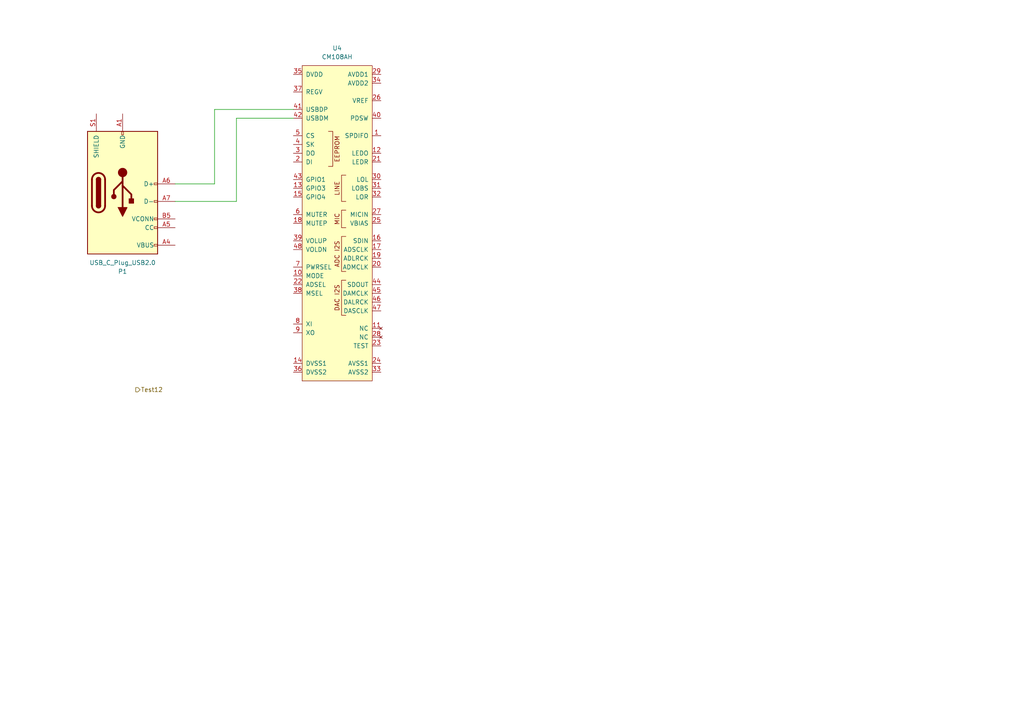
<source format=kicad_sch>
(kicad_sch (version 20231120) (generator "eeschema") (generator_version "8.0")
  (paper "A4")
  (lib_symbols
    (symbol "Connector:USB_C_Plug_USB2.0" (pin_names (offset 1.016))
      (property "Reference" "P" (at -10.16 19.05 0))
      (property "Value" "USB_C_Plug_USB2.0" (at 12.7 19.05 0))
      (symbol "USB_C_Plug_USB2.0_0_0"
        (rectangle (start -0.254 -17.78) (end 0.254 -16.764))
        (rectangle (start 10.16 -2.286) (end 9.144 -2.794))
        (rectangle (start 10.16 2.794) (end 9.144 2.286))
        (rectangle (start 10.16 7.874) (end 9.144 7.366))
        (rectangle (start 10.16 10.414) (end 9.144 9.906))
        (rectangle (start 10.16 15.494) (end 9.144 14.986))
      )
      (symbol "USB_C_Plug_USB2.0_0_1"
        (rectangle (start -10.16 17.78) (end 10.16 -17.78) (stroke (width 0.254)) (fill (type background)))
        (arc (start -8.89 -3.81) (mid -6.985 -5.7067) (end -5.08 -3.81) (stroke (width 0.508)))
        (arc (start -7.62 -3.81) (mid -6.985 -4.4423) (end -6.35 -3.81) (stroke (width 0.254)))
        (arc (start -7.62 -3.81) (mid -6.985 -4.4423) (end -6.35 -3.81) (stroke (width 0.254)) (fill (type outline)))
        (rectangle (start -7.62 -3.81) (end -6.35 3.81) (stroke (width 0.254)) (fill (type outline)))
        (arc (start -6.35 3.81) (mid -6.985 4.4423) (end -7.62 3.81) (stroke (width 0.254)))
        (arc (start -6.35 3.81) (mid -6.985 4.4423) (end -7.62 3.81) (stroke (width 0.254)) (fill (type outline)))
        (arc (start -5.08 3.81) (mid -6.985 5.7067) (end -8.89 3.81) (stroke (width 0.508)))
        (circle (center -2.54 1.143) (radius 0.635) (stroke (width 0.254)) (fill (type outline)))
        (circle (center 0 -5.842) (radius 1.27) (fill (type outline)))
        (polyline (pts (xy -8.89 -3.81) (xy -8.89 3.81)) (stroke (width 0.508)))
        (polyline (pts (xy -5.08 3.81) (xy -5.08 -3.81)) (stroke (width 0.508)))
        (polyline (pts (xy 0 -5.842) (xy 0 4.318)) (stroke (width 0.508)))
        (polyline (pts (xy 0 -3.302) (xy -2.54 -0.762) (xy -2.54 0.508)) (stroke (width 0.508)))
        (polyline (pts (xy 0 -2.032) (xy 2.54 0.508) (xy 2.54 1.778)) (stroke (width 0.508)))
        (polyline (pts (xy -1.27 4.318) (xy 0 6.858) (xy 1.27 4.318) (xy -1.27 4.318)) (stroke (width 0.254)) (fill (type outline)))
        (rectangle (start 1.905 1.778) (end 3.175 3.048) (stroke (width 0.254)) (fill (type outline)))
      )
      (symbol "USB_C_Plug_USB2.0_1_1"
        (pin passive line (at 0 -22.86 90) (length 5.08) (name "GND") (number "A1"))
        (pin passive line (at 0 -22.86 90) (length 5.08) hide (name "GND") (number "A12"))
        (pin passive line (at 15.24 15.24 180) (length 5.08) (name "VBUS") (number "A4"))
        (pin bidirectional line (at 15.24 10.16 180) (length 5.08) (name "CC") (number "A5"))
        (pin bidirectional line (at 15.24 -2.54 180) (length 5.08) (name "D+") (number "A6"))
        (pin bidirectional line (at 15.24 2.54 180) (length 5.08) (name "D-") (number "A7"))
        (pin passive line (at 15.24 15.24 180) (length 5.08) hide (name "VBUS") (number "A9"))
        (pin passive line (at 0 -22.86 90) (length 5.08) hide (name "GND") (number "B1"))
        (pin passive line (at 0 -22.86 90) (length 5.08) hide (name "GND") (number "B12"))
        (pin passive line (at 15.24 15.24 180) (length 5.08) hide (name "VBUS") (number "B4"))
        (pin bidirectional line (at 15.24 7.62 180) (length 5.08) (name "VCONN") (number "B5"))
        (pin passive line (at 15.24 15.24 180) (length 5.08) hide (name "VBUS") (number "B9"))
        (pin passive line (at -7.62 -22.86 90) (length 5.08) (name "SHIELD") (number "S1"))
      )
    )
    (symbol "M3D4:CM108AH" (pin_names (offset 1.016))
      (property "Reference" "U" (at -8.89 44.45 0))
      (property "Value" "CM108AH" (at -5.08 -49.53 0))
      (symbol "CM108AH_0_0"
        (polyline (pts (xy -2.54 13.97) (xy -1.27 13.97) (xy -1.27 24.13) (xy -2.54 24.13)))
        (polyline (pts (xy 2.54 -19.05) (xy 1.27 -19.05) (xy 1.27 -29.21) (xy 2.54 -29.21)))
        (polyline (pts (xy 2.54 -6.35) (xy 1.27 -6.35) (xy 1.27 -16.51) (xy 2.54 -16.51)))
        (polyline (pts (xy 2.54 11.43) (xy 1.27 11.43) (xy 1.27 3.81) (xy 2.54 3.81)))
        (text "ADC I2S" (at 0 -11.43 900) (effects (font (size 1.27 1.27))))
        (text "DAC I2S" (at 0 -24.13 900) (effects (font (size 1.27 1.27))))
        (text "EEPROM" (at 0 19.05 900) (effects (font (size 1.27 1.27))))
        (text "LINE" (at 0 7.62 900) (effects (font (size 1.27 1.27))))
        (text "MIC" (at 0 -1.27 900) (effects (font (size 1.27 1.27))))
      )
      (symbol "CM108AH_0_1"
        (rectangle (start -10.16 43.18) (end 10.16 -48.26) (fill (type background)))
        (polyline (pts (xy 2.54 -3.81) (xy 1.27 -3.81) (xy 1.27 1.27) (xy 2.54 1.27)))
      )
      (symbol "CM108AH_1_1"
        (pin output line (at 12.7 22.86 180) (length 2.54) (name "SPDIFO") (number "1"))
        (pin input line (at -12.7 -17.78 0) (length 2.54) (name "MODE") (number "10"))
        (pin no_connect line (at 12.7 -33.02 180) (length 2.54) (name "NC") (number "11"))
        (pin output line (at 12.7 17.78 180) (length 2.54) (name "LEDO") (number "12"))
        (pin bidirectional line (at -12.7 7.62 0) (length 2.54) (name "GPIO3") (number "13"))
        (pin power_in line (at -12.7 -43.18 0) (length 2.54) (name "DVSS1") (number "14"))
        (pin bidirectional line (at -12.7 5.08 0) (length 2.54) (name "GPIO4") (number "15"))
        (pin bidirectional line (at 12.7 -7.62 180) (length 2.54) (name "SDIN") (number "16"))
        (pin bidirectional line (at 12.7 -10.16 180) (length 2.54) (name "ADSCLK") (number "17"))
        (pin passive line (at -12.7 -2.54 0) (length 2.54) (name "MUTEP") (number "18"))
        (pin output line (at 12.7 -12.7 180) (length 2.54) (name "ADLRCK") (number "19"))
        (pin bidirectional line (at -12.7 15.24 0) (length 2.54) (name "DI") (number "2"))
        (pin bidirectional line (at 12.7 -15.24 180) (length 2.54) (name "ADMCLK") (number "20"))
        (pin output line (at 12.7 15.24 180) (length 2.54) (name "LEDR") (number "21"))
        (pin input line (at -12.7 -20.32 0) (length 2.54) (name "ADSEL") (number "22"))
        (pin input line (at 12.7 -38.1 180) (length 2.54) (name "TEST") (number "23"))
        (pin power_in line (at 12.7 -43.18 180) (length 2.54) (name "AVSS1") (number "24"))
        (pin power_out line (at 12.7 -2.54 180) (length 2.54) (name "VBIAS") (number "25"))
        (pin passive line (at 12.7 33.02 180) (length 2.54) (name "VREF") (number "26"))
        (pin input line (at 12.7 0 180) (length 2.54) (name "MICIN") (number "27"))
        (pin no_connect line (at 12.7 -35.56 180) (length 2.54) (name "NC") (number "28"))
        (pin power_in line (at 12.7 40.64 180) (length 2.54) (name "AVDD1") (number "29"))
        (pin output line (at -12.7 17.78 0) (length 2.54) (name "DO") (number "3"))
        (pin output line (at 12.7 10.16 180) (length 2.54) (name "LOL") (number "30"))
        (pin output line (at 12.7 7.62 180) (length 2.54) (name "LOBS") (number "31"))
        (pin output line (at 12.7 5.08 180) (length 2.54) (name "LOR") (number "32"))
        (pin power_in line (at 12.7 -45.72 180) (length 2.54) (name "AVSS2") (number "33"))
        (pin power_in line (at 12.7 38.1 180) (length 2.54) (name "AVDD2") (number "34"))
        (pin power_in line (at -12.7 40.64 0) (length 2.54) (name "DVDD") (number "35"))
        (pin power_in line (at -12.7 -45.72 0) (length 2.54) (name "DVSS2") (number "36"))
        (pin power_out line (at -12.7 35.56 0) (length 2.54) (name "REGV") (number "37"))
        (pin input line (at -12.7 -22.86 0) (length 2.54) (name "MSEL") (number "38"))
        (pin passive line (at -12.7 -7.62 0) (length 2.54) (name "VOLUP") (number "39"))
        (pin output line (at -12.7 20.32 0) (length 2.54) (name "SK") (number "4"))
        (pin output line (at 12.7 27.94 180) (length 2.54) (name "PDSW") (number "40"))
        (pin bidirectional line (at -12.7 30.48 0) (length 2.54) (name "USBDP") (number "41"))
        (pin bidirectional line (at -12.7 27.94 0) (length 2.54) (name "USBDM") (number "42"))
        (pin bidirectional line (at -12.7 10.16 0) (length 2.54) (name "GPIO1") (number "43"))
        (pin output line (at 12.7 -20.32 180) (length 2.54) (name "SDOUT") (number "44"))
        (pin output line (at 12.7 -22.86 180) (length 2.54) (name "DAMCLK") (number "45"))
        (pin output line (at 12.7 -25.4 180) (length 2.54) (name "DALRCK") (number "46"))
        (pin output line (at 12.7 -27.94 180) (length 2.54) (name "DASCLK") (number "47"))
        (pin passive line (at -12.7 -10.16 0) (length 2.54) (name "VOLDN") (number "48"))
        (pin output line (at -12.7 22.86 0) (length 2.54) (name "CS") (number "5"))
        (pin passive line (at -12.7 0 0) (length 2.54) (name "MUTER") (number "6"))
        (pin input line (at -12.7 -15.24 0) (length 2.54) (name "PWRSEL") (number "7"))
        (pin input line (at -12.7 -31.75 0) (length 2.54) (name "XI") (number "8"))
        (pin output line (at -12.7 -34.29 0) (length 2.54) (name "XO") (number "9"))
      )
    )
  )
  (wire (pts (xy 50.8 53.34) (xy 62.23 53.34)))
  (wire (pts (xy 62.23 31.75) (xy 85.09 31.75)))
  (wire (pts (xy 68.58 58.42) (xy 68.58 34.29)))
  (wire (pts (xy 50.8 58.42) (xy 68.58 58.42)))
  (wire (pts (xy 68.58 34.29) (xy 85.09 34.29)))
  (wire (pts (xy 62.23 53.34) (xy 62.23 31.75)))
  (hierarchical_label "Test12" (shape output) (at 39.37 113.03 0))
  (symbol (lib_id "Connector:USB_C_Plug_USB2.0") (at 35.56 55.88 0) (mirror x) (unit 1)
    (property "Reference" "P1" (at 35.56 78.74 0))
    (property "Value" "USB_C_Plug_USB2.0" (at 35.56 76.2 0))
    (property "Footprint" "Connector_USB:USB_C_Receptacle_GCT_USB4105-xx-A_16P_TopMnt_Horizontal" (effects (hide yes)))
    (property "Datasheet" "https://www.usb.org/sites/default/files/documents/usb_type-c.zip" (effects (hide yes)))
    (property "Description" "USB 2.0-only Type-C Plug connector" (effects (hide yes)))
  )
  (symbol (lib_id "M3D4:CM108AH") (at 97.79 62.23 0) (unit 1)
    (property "Reference" "U4" (at 97.79 13.97 0))
    (property "Value" "CM108AH" (at 97.79 16.51 0))
    (property "Footprint" "Package_QFP:LQFP-48_7x7mm_P0.5mm" (effects (hide yes)))
  )
)
</source>
